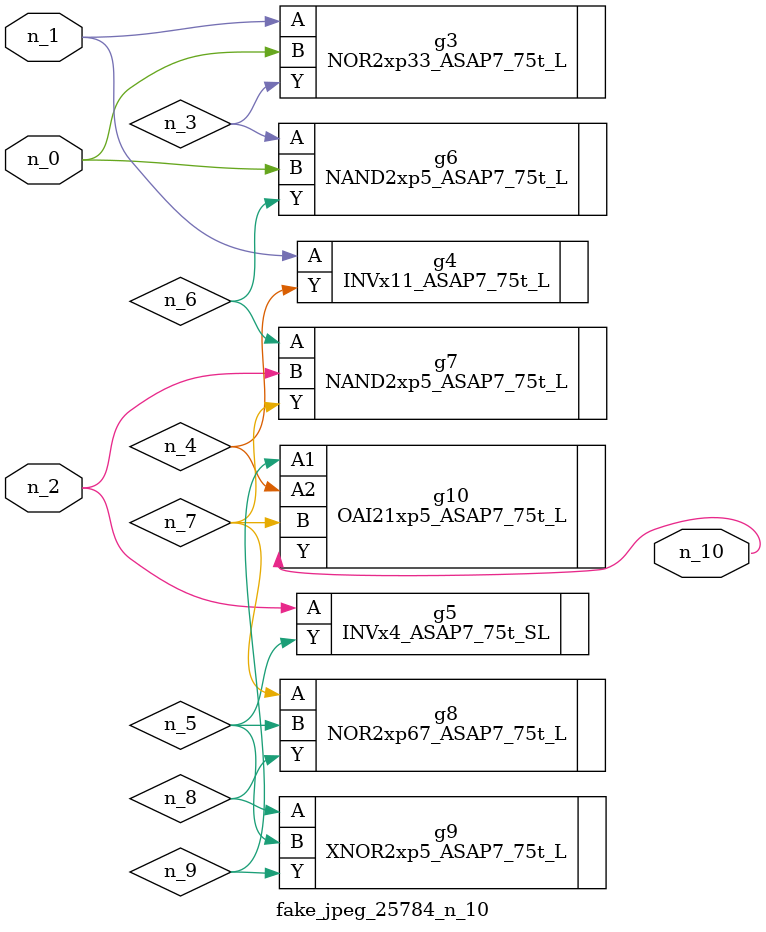
<source format=v>
module fake_jpeg_25784_n_10 (n_0, n_2, n_1, n_10);

input n_0;
input n_2;
input n_1;

output n_10;

wire n_3;
wire n_4;
wire n_8;
wire n_9;
wire n_6;
wire n_5;
wire n_7;

NOR2xp33_ASAP7_75t_L g3 ( 
.A(n_1),
.B(n_0),
.Y(n_3)
);

INVx11_ASAP7_75t_L g4 ( 
.A(n_1),
.Y(n_4)
);

INVx4_ASAP7_75t_SL g5 ( 
.A(n_2),
.Y(n_5)
);

NAND2xp5_ASAP7_75t_L g6 ( 
.A(n_3),
.B(n_0),
.Y(n_6)
);

NAND2xp5_ASAP7_75t_L g7 ( 
.A(n_6),
.B(n_2),
.Y(n_7)
);

NOR2xp67_ASAP7_75t_L g8 ( 
.A(n_7),
.B(n_5),
.Y(n_8)
);

XNOR2xp5_ASAP7_75t_L g9 ( 
.A(n_8),
.B(n_5),
.Y(n_9)
);

OAI21xp5_ASAP7_75t_L g10 ( 
.A1(n_9),
.A2(n_4),
.B(n_7),
.Y(n_10)
);


endmodule
</source>
